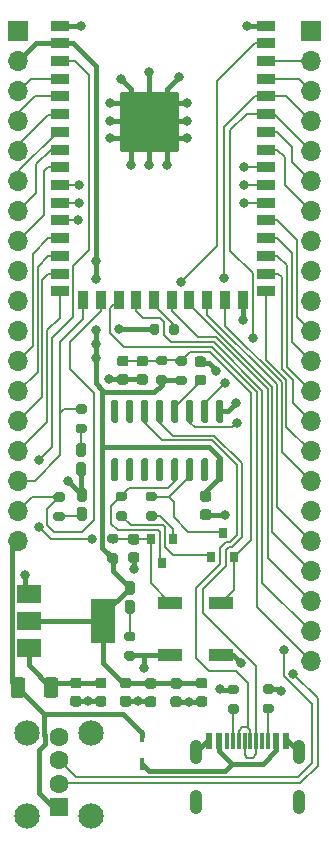
<source format=gbr>
%TF.GenerationSoftware,KiCad,Pcbnew,5.1.9-73d0e3b20d~88~ubuntu20.04.1*%
%TF.CreationDate,2021-03-20T23:28:39+05:30*%
%TF.ProjectId,ESP32-S2,45535033-322d-4533-922e-6b696361645f,rev?*%
%TF.SameCoordinates,Original*%
%TF.FileFunction,Copper,L1,Top*%
%TF.FilePolarity,Positive*%
%FSLAX46Y46*%
G04 Gerber Fmt 4.6, Leading zero omitted, Abs format (unit mm)*
G04 Created by KiCad (PCBNEW 5.1.9-73d0e3b20d~88~ubuntu20.04.1) date 2021-03-20 23:28:39*
%MOMM*%
%LPD*%
G01*
G04 APERTURE LIST*
%TA.AperFunction,SMDPad,CuDef*%
%ADD10R,0.460000X1.040000*%
%TD*%
%TA.AperFunction,ComponentPad*%
%ADD11O,1.700000X1.700000*%
%TD*%
%TA.AperFunction,ComponentPad*%
%ADD12R,1.700000X1.700000*%
%TD*%
%TA.AperFunction,SMDPad,CuDef*%
%ADD13R,1.100000X1.100000*%
%TD*%
%TA.AperFunction,SMDPad,CuDef*%
%ADD14R,1.500000X0.900000*%
%TD*%
%TA.AperFunction,SMDPad,CuDef*%
%ADD15R,0.900000X1.500000*%
%TD*%
%TA.AperFunction,ComponentPad*%
%ADD16C,2.150000*%
%TD*%
%TA.AperFunction,ComponentPad*%
%ADD17R,1.600000X1.600000*%
%TD*%
%TA.AperFunction,ComponentPad*%
%ADD18C,1.600000*%
%TD*%
%TA.AperFunction,SMDPad,CuDef*%
%ADD19R,2.000000X1.000000*%
%TD*%
%TA.AperFunction,SMDPad,CuDef*%
%ADD20R,0.800000X0.900000*%
%TD*%
%TA.AperFunction,SMDPad,CuDef*%
%ADD21R,2.000000X1.500000*%
%TD*%
%TA.AperFunction,SMDPad,CuDef*%
%ADD22R,2.000000X3.800000*%
%TD*%
%TA.AperFunction,ComponentPad*%
%ADD23O,1.050000X2.100000*%
%TD*%
%TA.AperFunction,SMDPad,CuDef*%
%ADD24R,0.600000X1.450000*%
%TD*%
%TA.AperFunction,SMDPad,CuDef*%
%ADD25R,0.300000X1.450000*%
%TD*%
%TA.AperFunction,ViaPad*%
%ADD26C,0.800000*%
%TD*%
%TA.AperFunction,Conductor*%
%ADD27C,0.200000*%
%TD*%
%TA.AperFunction,Conductor*%
%ADD28C,0.400000*%
%TD*%
%TA.AperFunction,Conductor*%
%ADD29C,0.254000*%
%TD*%
%TA.AperFunction,Conductor*%
%ADD30C,0.100000*%
%TD*%
G04 APERTURE END LIST*
%TA.AperFunction,SMDPad,CuDef*%
G36*
G01*
X147786000Y-124315000D02*
X147286000Y-124315000D01*
G75*
G02*
X147061000Y-124090000I0J225000D01*
G01*
X147061000Y-123640000D01*
G75*
G02*
X147286000Y-123415000I225000J0D01*
G01*
X147786000Y-123415000D01*
G75*
G02*
X148011000Y-123640000I0J-225000D01*
G01*
X148011000Y-124090000D01*
G75*
G02*
X147786000Y-124315000I-225000J0D01*
G01*
G37*
%TD.AperFunction*%
%TA.AperFunction,SMDPad,CuDef*%
G36*
G01*
X147786000Y-125865000D02*
X147286000Y-125865000D01*
G75*
G02*
X147061000Y-125640000I0J225000D01*
G01*
X147061000Y-125190000D01*
G75*
G02*
X147286000Y-124965000I225000J0D01*
G01*
X147786000Y-124965000D01*
G75*
G02*
X148011000Y-125190000I0J-225000D01*
G01*
X148011000Y-125640000D01*
G75*
G02*
X147786000Y-125865000I-225000J0D01*
G01*
G37*
%TD.AperFunction*%
%TA.AperFunction,SMDPad,CuDef*%
G36*
G01*
X145698000Y-124305000D02*
X145198000Y-124305000D01*
G75*
G02*
X144973000Y-124080000I0J225000D01*
G01*
X144973000Y-123630000D01*
G75*
G02*
X145198000Y-123405000I225000J0D01*
G01*
X145698000Y-123405000D01*
G75*
G02*
X145923000Y-123630000I0J-225000D01*
G01*
X145923000Y-124080000D01*
G75*
G02*
X145698000Y-124305000I-225000J0D01*
G01*
G37*
%TD.AperFunction*%
%TA.AperFunction,SMDPad,CuDef*%
G36*
G01*
X145698000Y-125855000D02*
X145198000Y-125855000D01*
G75*
G02*
X144973000Y-125630000I0J225000D01*
G01*
X144973000Y-125180000D01*
G75*
G02*
X145198000Y-124955000I225000J0D01*
G01*
X145698000Y-124955000D01*
G75*
G02*
X145923000Y-125180000I0J-225000D01*
G01*
X145923000Y-125630000D01*
G75*
G02*
X145698000Y-125855000I-225000J0D01*
G01*
G37*
%TD.AperFunction*%
D10*
X148900000Y-130690000D03*
X148900000Y-128310000D03*
%TA.AperFunction,SMDPad,CuDef*%
G36*
G01*
X139050000Y-123625000D02*
X139050000Y-124875000D01*
G75*
G02*
X138800000Y-125125000I-250000J0D01*
G01*
X138050000Y-125125000D01*
G75*
G02*
X137800000Y-124875000I0J250000D01*
G01*
X137800000Y-123625000D01*
G75*
G02*
X138050000Y-123375000I250000J0D01*
G01*
X138800000Y-123375000D01*
G75*
G02*
X139050000Y-123625000I0J-250000D01*
G01*
G37*
%TD.AperFunction*%
%TA.AperFunction,SMDPad,CuDef*%
G36*
G01*
X141850000Y-123625000D02*
X141850000Y-124875000D01*
G75*
G02*
X141600000Y-125125000I-250000J0D01*
G01*
X140850000Y-125125000D01*
G75*
G02*
X140600000Y-124875000I0J250000D01*
G01*
X140600000Y-123625000D01*
G75*
G02*
X140850000Y-123375000I250000J0D01*
G01*
X141600000Y-123375000D01*
G75*
G02*
X141850000Y-123625000I0J-250000D01*
G01*
G37*
%TD.AperFunction*%
D11*
X163240000Y-122015000D03*
X163240000Y-119475000D03*
X163240000Y-116935000D03*
X163240000Y-114395000D03*
X163240000Y-111855000D03*
X163240000Y-109315000D03*
X163240000Y-106775000D03*
X163240000Y-104235000D03*
X163240000Y-101695000D03*
X163240000Y-99155000D03*
X163240000Y-96615000D03*
X163240000Y-94075000D03*
X163240000Y-91535000D03*
X163240000Y-88995000D03*
X163240000Y-86455000D03*
X163240000Y-83915000D03*
X163240000Y-81375000D03*
X163240000Y-78835000D03*
X163240000Y-76295000D03*
X163240000Y-73755000D03*
X163240000Y-71215000D03*
D12*
X163240000Y-68675000D03*
D13*
X148010000Y-74750000D03*
X149510000Y-74750000D03*
X151010000Y-74750000D03*
X151010000Y-76250000D03*
X151010000Y-77750000D03*
X149510000Y-77750000D03*
X148010000Y-77750000D03*
X148010000Y-76250000D03*
X149510000Y-76250000D03*
D14*
X159450000Y-68200000D03*
X159450000Y-69700000D03*
X159450000Y-71200000D03*
X159450000Y-72700000D03*
X159450000Y-74200000D03*
X159450000Y-75700000D03*
X159450000Y-77200000D03*
X159450000Y-78700000D03*
X159450000Y-80200000D03*
X159450000Y-81700000D03*
X159450000Y-83200000D03*
X159450000Y-84700000D03*
X159450000Y-86200000D03*
X159450000Y-87700000D03*
X159450000Y-89200000D03*
X159450000Y-90700000D03*
D15*
X157450000Y-91450000D03*
X155950000Y-91450000D03*
X154450000Y-91450000D03*
X152950000Y-91450000D03*
X151450000Y-91450000D03*
X149950000Y-91450000D03*
X148450000Y-91450000D03*
X146950000Y-91450000D03*
X145450000Y-91450000D03*
X143950000Y-91450000D03*
D14*
X141950000Y-90700000D03*
X141950000Y-89200000D03*
X141950000Y-87700000D03*
X141950000Y-86200000D03*
X141950000Y-84700000D03*
X141950000Y-83200000D03*
X141950000Y-81700000D03*
X141950000Y-80200000D03*
X141950000Y-78700000D03*
X141950000Y-77200000D03*
X141950000Y-75700000D03*
X141950000Y-74200000D03*
X141950000Y-72700000D03*
X141950000Y-71200000D03*
X141950000Y-69700000D03*
X141950000Y-68200000D03*
%TA.AperFunction,SMDPad,CuDef*%
G36*
G01*
X155366580Y-104829740D02*
X155666580Y-104829740D01*
G75*
G02*
X155816580Y-104979740I0J-150000D01*
G01*
X155816580Y-106629740D01*
G75*
G02*
X155666580Y-106779740I-150000J0D01*
G01*
X155366580Y-106779740D01*
G75*
G02*
X155216580Y-106629740I0J150000D01*
G01*
X155216580Y-104979740D01*
G75*
G02*
X155366580Y-104829740I150000J0D01*
G01*
G37*
%TD.AperFunction*%
%TA.AperFunction,SMDPad,CuDef*%
G36*
G01*
X154096580Y-104829740D02*
X154396580Y-104829740D01*
G75*
G02*
X154546580Y-104979740I0J-150000D01*
G01*
X154546580Y-106629740D01*
G75*
G02*
X154396580Y-106779740I-150000J0D01*
G01*
X154096580Y-106779740D01*
G75*
G02*
X153946580Y-106629740I0J150000D01*
G01*
X153946580Y-104979740D01*
G75*
G02*
X154096580Y-104829740I150000J0D01*
G01*
G37*
%TD.AperFunction*%
%TA.AperFunction,SMDPad,CuDef*%
G36*
G01*
X152826580Y-104829740D02*
X153126580Y-104829740D01*
G75*
G02*
X153276580Y-104979740I0J-150000D01*
G01*
X153276580Y-106629740D01*
G75*
G02*
X153126580Y-106779740I-150000J0D01*
G01*
X152826580Y-106779740D01*
G75*
G02*
X152676580Y-106629740I0J150000D01*
G01*
X152676580Y-104979740D01*
G75*
G02*
X152826580Y-104829740I150000J0D01*
G01*
G37*
%TD.AperFunction*%
%TA.AperFunction,SMDPad,CuDef*%
G36*
G01*
X151556580Y-104829740D02*
X151856580Y-104829740D01*
G75*
G02*
X152006580Y-104979740I0J-150000D01*
G01*
X152006580Y-106629740D01*
G75*
G02*
X151856580Y-106779740I-150000J0D01*
G01*
X151556580Y-106779740D01*
G75*
G02*
X151406580Y-106629740I0J150000D01*
G01*
X151406580Y-104979740D01*
G75*
G02*
X151556580Y-104829740I150000J0D01*
G01*
G37*
%TD.AperFunction*%
%TA.AperFunction,SMDPad,CuDef*%
G36*
G01*
X150286580Y-104829740D02*
X150586580Y-104829740D01*
G75*
G02*
X150736580Y-104979740I0J-150000D01*
G01*
X150736580Y-106629740D01*
G75*
G02*
X150586580Y-106779740I-150000J0D01*
G01*
X150286580Y-106779740D01*
G75*
G02*
X150136580Y-106629740I0J150000D01*
G01*
X150136580Y-104979740D01*
G75*
G02*
X150286580Y-104829740I150000J0D01*
G01*
G37*
%TD.AperFunction*%
%TA.AperFunction,SMDPad,CuDef*%
G36*
G01*
X149016580Y-104829740D02*
X149316580Y-104829740D01*
G75*
G02*
X149466580Y-104979740I0J-150000D01*
G01*
X149466580Y-106629740D01*
G75*
G02*
X149316580Y-106779740I-150000J0D01*
G01*
X149016580Y-106779740D01*
G75*
G02*
X148866580Y-106629740I0J150000D01*
G01*
X148866580Y-104979740D01*
G75*
G02*
X149016580Y-104829740I150000J0D01*
G01*
G37*
%TD.AperFunction*%
%TA.AperFunction,SMDPad,CuDef*%
G36*
G01*
X147746580Y-104829740D02*
X148046580Y-104829740D01*
G75*
G02*
X148196580Y-104979740I0J-150000D01*
G01*
X148196580Y-106629740D01*
G75*
G02*
X148046580Y-106779740I-150000J0D01*
G01*
X147746580Y-106779740D01*
G75*
G02*
X147596580Y-106629740I0J150000D01*
G01*
X147596580Y-104979740D01*
G75*
G02*
X147746580Y-104829740I150000J0D01*
G01*
G37*
%TD.AperFunction*%
%TA.AperFunction,SMDPad,CuDef*%
G36*
G01*
X146476580Y-104829740D02*
X146776580Y-104829740D01*
G75*
G02*
X146926580Y-104979740I0J-150000D01*
G01*
X146926580Y-106629740D01*
G75*
G02*
X146776580Y-106779740I-150000J0D01*
G01*
X146476580Y-106779740D01*
G75*
G02*
X146326580Y-106629740I0J150000D01*
G01*
X146326580Y-104979740D01*
G75*
G02*
X146476580Y-104829740I150000J0D01*
G01*
G37*
%TD.AperFunction*%
%TA.AperFunction,SMDPad,CuDef*%
G36*
G01*
X146476580Y-99879740D02*
X146776580Y-99879740D01*
G75*
G02*
X146926580Y-100029740I0J-150000D01*
G01*
X146926580Y-101679740D01*
G75*
G02*
X146776580Y-101829740I-150000J0D01*
G01*
X146476580Y-101829740D01*
G75*
G02*
X146326580Y-101679740I0J150000D01*
G01*
X146326580Y-100029740D01*
G75*
G02*
X146476580Y-99879740I150000J0D01*
G01*
G37*
%TD.AperFunction*%
%TA.AperFunction,SMDPad,CuDef*%
G36*
G01*
X147746580Y-99879740D02*
X148046580Y-99879740D01*
G75*
G02*
X148196580Y-100029740I0J-150000D01*
G01*
X148196580Y-101679740D01*
G75*
G02*
X148046580Y-101829740I-150000J0D01*
G01*
X147746580Y-101829740D01*
G75*
G02*
X147596580Y-101679740I0J150000D01*
G01*
X147596580Y-100029740D01*
G75*
G02*
X147746580Y-99879740I150000J0D01*
G01*
G37*
%TD.AperFunction*%
%TA.AperFunction,SMDPad,CuDef*%
G36*
G01*
X149016580Y-99879740D02*
X149316580Y-99879740D01*
G75*
G02*
X149466580Y-100029740I0J-150000D01*
G01*
X149466580Y-101679740D01*
G75*
G02*
X149316580Y-101829740I-150000J0D01*
G01*
X149016580Y-101829740D01*
G75*
G02*
X148866580Y-101679740I0J150000D01*
G01*
X148866580Y-100029740D01*
G75*
G02*
X149016580Y-99879740I150000J0D01*
G01*
G37*
%TD.AperFunction*%
%TA.AperFunction,SMDPad,CuDef*%
G36*
G01*
X150286580Y-99879740D02*
X150586580Y-99879740D01*
G75*
G02*
X150736580Y-100029740I0J-150000D01*
G01*
X150736580Y-101679740D01*
G75*
G02*
X150586580Y-101829740I-150000J0D01*
G01*
X150286580Y-101829740D01*
G75*
G02*
X150136580Y-101679740I0J150000D01*
G01*
X150136580Y-100029740D01*
G75*
G02*
X150286580Y-99879740I150000J0D01*
G01*
G37*
%TD.AperFunction*%
%TA.AperFunction,SMDPad,CuDef*%
G36*
G01*
X151556580Y-99879740D02*
X151856580Y-99879740D01*
G75*
G02*
X152006580Y-100029740I0J-150000D01*
G01*
X152006580Y-101679740D01*
G75*
G02*
X151856580Y-101829740I-150000J0D01*
G01*
X151556580Y-101829740D01*
G75*
G02*
X151406580Y-101679740I0J150000D01*
G01*
X151406580Y-100029740D01*
G75*
G02*
X151556580Y-99879740I150000J0D01*
G01*
G37*
%TD.AperFunction*%
%TA.AperFunction,SMDPad,CuDef*%
G36*
G01*
X152826580Y-99879740D02*
X153126580Y-99879740D01*
G75*
G02*
X153276580Y-100029740I0J-150000D01*
G01*
X153276580Y-101679740D01*
G75*
G02*
X153126580Y-101829740I-150000J0D01*
G01*
X152826580Y-101829740D01*
G75*
G02*
X152676580Y-101679740I0J150000D01*
G01*
X152676580Y-100029740D01*
G75*
G02*
X152826580Y-99879740I150000J0D01*
G01*
G37*
%TD.AperFunction*%
%TA.AperFunction,SMDPad,CuDef*%
G36*
G01*
X154096580Y-99879740D02*
X154396580Y-99879740D01*
G75*
G02*
X154546580Y-100029740I0J-150000D01*
G01*
X154546580Y-101679740D01*
G75*
G02*
X154396580Y-101829740I-150000J0D01*
G01*
X154096580Y-101829740D01*
G75*
G02*
X153946580Y-101679740I0J150000D01*
G01*
X153946580Y-100029740D01*
G75*
G02*
X154096580Y-99879740I150000J0D01*
G01*
G37*
%TD.AperFunction*%
%TA.AperFunction,SMDPad,CuDef*%
G36*
G01*
X155366580Y-99879740D02*
X155666580Y-99879740D01*
G75*
G02*
X155816580Y-100029740I0J-150000D01*
G01*
X155816580Y-101679740D01*
G75*
G02*
X155666580Y-101829740I-150000J0D01*
G01*
X155366580Y-101829740D01*
G75*
G02*
X155216580Y-101679740I0J150000D01*
G01*
X155216580Y-100029740D01*
G75*
G02*
X155366580Y-99879740I150000J0D01*
G01*
G37*
%TD.AperFunction*%
%TA.AperFunction,SMDPad,CuDef*%
G36*
G01*
X154060000Y-109155000D02*
X154560000Y-109155000D01*
G75*
G02*
X154785000Y-109380000I0J-225000D01*
G01*
X154785000Y-109830000D01*
G75*
G02*
X154560000Y-110055000I-225000J0D01*
G01*
X154060000Y-110055000D01*
G75*
G02*
X153835000Y-109830000I0J225000D01*
G01*
X153835000Y-109380000D01*
G75*
G02*
X154060000Y-109155000I225000J0D01*
G01*
G37*
%TD.AperFunction*%
%TA.AperFunction,SMDPad,CuDef*%
G36*
G01*
X154060000Y-107605000D02*
X154560000Y-107605000D01*
G75*
G02*
X154785000Y-107830000I0J-225000D01*
G01*
X154785000Y-108280000D01*
G75*
G02*
X154560000Y-108505000I-225000J0D01*
G01*
X154060000Y-108505000D01*
G75*
G02*
X153835000Y-108280000I0J225000D01*
G01*
X153835000Y-107830000D01*
G75*
G02*
X154060000Y-107605000I225000J0D01*
G01*
G37*
%TD.AperFunction*%
D16*
X139180000Y-135130000D03*
X139180000Y-128130000D03*
X144620000Y-128130000D03*
X144620000Y-135130000D03*
D17*
X141900000Y-134400000D03*
D18*
X141900000Y-132400000D03*
X141900000Y-130400000D03*
X141900000Y-128400000D03*
D19*
X155610000Y-117090000D03*
X155610000Y-121490000D03*
X151300000Y-117070000D03*
X151300000Y-121470000D03*
D20*
X150599140Y-113687100D03*
X149649140Y-111687100D03*
X151549140Y-111687100D03*
%TA.AperFunction,SMDPad,CuDef*%
G36*
G01*
X149435000Y-109325000D02*
X149985000Y-109325000D01*
G75*
G02*
X150185000Y-109525000I0J-200000D01*
G01*
X150185000Y-109925000D01*
G75*
G02*
X149985000Y-110125000I-200000J0D01*
G01*
X149435000Y-110125000D01*
G75*
G02*
X149235000Y-109925000I0J200000D01*
G01*
X149235000Y-109525000D01*
G75*
G02*
X149435000Y-109325000I200000J0D01*
G01*
G37*
%TD.AperFunction*%
%TA.AperFunction,SMDPad,CuDef*%
G36*
G01*
X149435000Y-107675000D02*
X149985000Y-107675000D01*
G75*
G02*
X150185000Y-107875000I0J-200000D01*
G01*
X150185000Y-108275000D01*
G75*
G02*
X149985000Y-108475000I-200000J0D01*
G01*
X149435000Y-108475000D01*
G75*
G02*
X149235000Y-108275000I0J200000D01*
G01*
X149235000Y-107875000D01*
G75*
G02*
X149435000Y-107675000I200000J0D01*
G01*
G37*
%TD.AperFunction*%
%TA.AperFunction,SMDPad,CuDef*%
G36*
G01*
X147625000Y-121165000D02*
X148175000Y-121165000D01*
G75*
G02*
X148375000Y-121365000I0J-200000D01*
G01*
X148375000Y-121765000D01*
G75*
G02*
X148175000Y-121965000I-200000J0D01*
G01*
X147625000Y-121965000D01*
G75*
G02*
X147425000Y-121765000I0J200000D01*
G01*
X147425000Y-121365000D01*
G75*
G02*
X147625000Y-121165000I200000J0D01*
G01*
G37*
%TD.AperFunction*%
%TA.AperFunction,SMDPad,CuDef*%
G36*
G01*
X147625000Y-119515000D02*
X148175000Y-119515000D01*
G75*
G02*
X148375000Y-119715000I0J-200000D01*
G01*
X148375000Y-120115000D01*
G75*
G02*
X148175000Y-120315000I-200000J0D01*
G01*
X147625000Y-120315000D01*
G75*
G02*
X147425000Y-120115000I0J200000D01*
G01*
X147425000Y-119715000D01*
G75*
G02*
X147625000Y-119515000I200000J0D01*
G01*
G37*
%TD.AperFunction*%
D11*
X138450000Y-111855000D03*
X138450000Y-109315000D03*
X138450000Y-106775000D03*
X138450000Y-104235000D03*
X138450000Y-101695000D03*
X138450000Y-99155000D03*
X138450000Y-96615000D03*
X138450000Y-94075000D03*
X138450000Y-91535000D03*
X138450000Y-88995000D03*
X138450000Y-86455000D03*
X138450000Y-83915000D03*
X138450000Y-81375000D03*
X138450000Y-78835000D03*
X138450000Y-76295000D03*
X138450000Y-73755000D03*
X138450000Y-71215000D03*
D12*
X138450000Y-68675000D03*
%TA.AperFunction,SMDPad,CuDef*%
G36*
G01*
X148102500Y-116410000D02*
X147677500Y-116410000D01*
G75*
G02*
X147465000Y-116197500I0J212500D01*
G01*
X147465000Y-115397500D01*
G75*
G02*
X147677500Y-115185000I212500J0D01*
G01*
X148102500Y-115185000D01*
G75*
G02*
X148315000Y-115397500I0J-212500D01*
G01*
X148315000Y-116197500D01*
G75*
G02*
X148102500Y-116410000I-212500J0D01*
G01*
G37*
%TD.AperFunction*%
%TA.AperFunction,SMDPad,CuDef*%
G36*
G01*
X148102500Y-118035000D02*
X147677500Y-118035000D01*
G75*
G02*
X147465000Y-117822500I0J212500D01*
G01*
X147465000Y-117022500D01*
G75*
G02*
X147677500Y-116810000I212500J0D01*
G01*
X148102500Y-116810000D01*
G75*
G02*
X148315000Y-117022500I0J-212500D01*
G01*
X148315000Y-117822500D01*
G75*
G02*
X148102500Y-118035000I-212500J0D01*
G01*
G37*
%TD.AperFunction*%
%TA.AperFunction,SMDPad,CuDef*%
G36*
G01*
X149909000Y-124350000D02*
X149409000Y-124350000D01*
G75*
G02*
X149184000Y-124125000I0J225000D01*
G01*
X149184000Y-123675000D01*
G75*
G02*
X149409000Y-123450000I225000J0D01*
G01*
X149909000Y-123450000D01*
G75*
G02*
X150134000Y-123675000I0J-225000D01*
G01*
X150134000Y-124125000D01*
G75*
G02*
X149909000Y-124350000I-225000J0D01*
G01*
G37*
%TD.AperFunction*%
%TA.AperFunction,SMDPad,CuDef*%
G36*
G01*
X149909000Y-125900000D02*
X149409000Y-125900000D01*
G75*
G02*
X149184000Y-125675000I0J225000D01*
G01*
X149184000Y-125225000D01*
G75*
G02*
X149409000Y-125000000I225000J0D01*
G01*
X149909000Y-125000000D01*
G75*
G02*
X150134000Y-125225000I0J-225000D01*
G01*
X150134000Y-125675000D01*
G75*
G02*
X149909000Y-125900000I-225000J0D01*
G01*
G37*
%TD.AperFunction*%
%TA.AperFunction,SMDPad,CuDef*%
G36*
G01*
X148466620Y-112136040D02*
X147966620Y-112136040D01*
G75*
G02*
X147741620Y-111911040I0J225000D01*
G01*
X147741620Y-111461040D01*
G75*
G02*
X147966620Y-111236040I225000J0D01*
G01*
X148466620Y-111236040D01*
G75*
G02*
X148691620Y-111461040I0J-225000D01*
G01*
X148691620Y-111911040D01*
G75*
G02*
X148466620Y-112136040I-225000J0D01*
G01*
G37*
%TD.AperFunction*%
%TA.AperFunction,SMDPad,CuDef*%
G36*
G01*
X148466620Y-113686040D02*
X147966620Y-113686040D01*
G75*
G02*
X147741620Y-113461040I0J225000D01*
G01*
X147741620Y-113011040D01*
G75*
G02*
X147966620Y-112786040I225000J0D01*
G01*
X148466620Y-112786040D01*
G75*
G02*
X148691620Y-113011040I0J-225000D01*
G01*
X148691620Y-113461040D01*
G75*
G02*
X148466620Y-113686040I-225000J0D01*
G01*
G37*
%TD.AperFunction*%
%TA.AperFunction,SMDPad,CuDef*%
G36*
G01*
X148710000Y-97705000D02*
X149210000Y-97705000D01*
G75*
G02*
X149435000Y-97930000I0J-225000D01*
G01*
X149435000Y-98380000D01*
G75*
G02*
X149210000Y-98605000I-225000J0D01*
G01*
X148710000Y-98605000D01*
G75*
G02*
X148485000Y-98380000I0J225000D01*
G01*
X148485000Y-97930000D01*
G75*
G02*
X148710000Y-97705000I225000J0D01*
G01*
G37*
%TD.AperFunction*%
%TA.AperFunction,SMDPad,CuDef*%
G36*
G01*
X148710000Y-96155000D02*
X149210000Y-96155000D01*
G75*
G02*
X149435000Y-96380000I0J-225000D01*
G01*
X149435000Y-96830000D01*
G75*
G02*
X149210000Y-97055000I-225000J0D01*
G01*
X148710000Y-97055000D01*
G75*
G02*
X148485000Y-96830000I0J225000D01*
G01*
X148485000Y-96380000D01*
G75*
G02*
X148710000Y-96155000I225000J0D01*
G01*
G37*
%TD.AperFunction*%
%TA.AperFunction,SMDPad,CuDef*%
G36*
G01*
X154120000Y-97115000D02*
X153620000Y-97115000D01*
G75*
G02*
X153395000Y-96890000I0J225000D01*
G01*
X153395000Y-96440000D01*
G75*
G02*
X153620000Y-96215000I225000J0D01*
G01*
X154120000Y-96215000D01*
G75*
G02*
X154345000Y-96440000I0J-225000D01*
G01*
X154345000Y-96890000D01*
G75*
G02*
X154120000Y-97115000I-225000J0D01*
G01*
G37*
%TD.AperFunction*%
%TA.AperFunction,SMDPad,CuDef*%
G36*
G01*
X154120000Y-98665000D02*
X153620000Y-98665000D01*
G75*
G02*
X153395000Y-98440000I0J225000D01*
G01*
X153395000Y-97990000D01*
G75*
G02*
X153620000Y-97765000I225000J0D01*
G01*
X154120000Y-97765000D01*
G75*
G02*
X154345000Y-97990000I0J-225000D01*
G01*
X154345000Y-98440000D01*
G75*
G02*
X154120000Y-98665000I-225000J0D01*
G01*
G37*
%TD.AperFunction*%
%TA.AperFunction,SMDPad,CuDef*%
G36*
G01*
X141635000Y-109365000D02*
X142185000Y-109365000D01*
G75*
G02*
X142385000Y-109565000I0J-200000D01*
G01*
X142385000Y-109965000D01*
G75*
G02*
X142185000Y-110165000I-200000J0D01*
G01*
X141635000Y-110165000D01*
G75*
G02*
X141435000Y-109965000I0J200000D01*
G01*
X141435000Y-109565000D01*
G75*
G02*
X141635000Y-109365000I200000J0D01*
G01*
G37*
%TD.AperFunction*%
%TA.AperFunction,SMDPad,CuDef*%
G36*
G01*
X141635000Y-107715000D02*
X142185000Y-107715000D01*
G75*
G02*
X142385000Y-107915000I0J-200000D01*
G01*
X142385000Y-108315000D01*
G75*
G02*
X142185000Y-108515000I-200000J0D01*
G01*
X141635000Y-108515000D01*
G75*
G02*
X141435000Y-108315000I0J200000D01*
G01*
X141435000Y-107915000D01*
G75*
G02*
X141635000Y-107715000I200000J0D01*
G01*
G37*
%TD.AperFunction*%
%TA.AperFunction,SMDPad,CuDef*%
G36*
G01*
X156925000Y-124815000D02*
X156375000Y-124815000D01*
G75*
G02*
X156175000Y-124615000I0J200000D01*
G01*
X156175000Y-124215000D01*
G75*
G02*
X156375000Y-124015000I200000J0D01*
G01*
X156925000Y-124015000D01*
G75*
G02*
X157125000Y-124215000I0J-200000D01*
G01*
X157125000Y-124615000D01*
G75*
G02*
X156925000Y-124815000I-200000J0D01*
G01*
G37*
%TD.AperFunction*%
%TA.AperFunction,SMDPad,CuDef*%
G36*
G01*
X156925000Y-126465000D02*
X156375000Y-126465000D01*
G75*
G02*
X156175000Y-126265000I0J200000D01*
G01*
X156175000Y-125865000D01*
G75*
G02*
X156375000Y-125665000I200000J0D01*
G01*
X156925000Y-125665000D01*
G75*
G02*
X157125000Y-125865000I0J-200000D01*
G01*
X157125000Y-126265000D01*
G75*
G02*
X156925000Y-126465000I-200000J0D01*
G01*
G37*
%TD.AperFunction*%
%TA.AperFunction,SMDPad,CuDef*%
G36*
G01*
X143992500Y-104740000D02*
X143567500Y-104740000D01*
G75*
G02*
X143355000Y-104527500I0J212500D01*
G01*
X143355000Y-103727500D01*
G75*
G02*
X143567500Y-103515000I212500J0D01*
G01*
X143992500Y-103515000D01*
G75*
G02*
X144205000Y-103727500I0J-212500D01*
G01*
X144205000Y-104527500D01*
G75*
G02*
X143992500Y-104740000I-212500J0D01*
G01*
G37*
%TD.AperFunction*%
%TA.AperFunction,SMDPad,CuDef*%
G36*
G01*
X143992500Y-106365000D02*
X143567500Y-106365000D01*
G75*
G02*
X143355000Y-106152500I0J212500D01*
G01*
X143355000Y-105352500D01*
G75*
G02*
X143567500Y-105140000I212500J0D01*
G01*
X143992500Y-105140000D01*
G75*
G02*
X144205000Y-105352500I0J-212500D01*
G01*
X144205000Y-106152500D01*
G75*
G02*
X143992500Y-106365000I-212500J0D01*
G01*
G37*
%TD.AperFunction*%
%TA.AperFunction,SMDPad,CuDef*%
G36*
G01*
X159895000Y-124755000D02*
X159345000Y-124755000D01*
G75*
G02*
X159145000Y-124555000I0J200000D01*
G01*
X159145000Y-124155000D01*
G75*
G02*
X159345000Y-123955000I200000J0D01*
G01*
X159895000Y-123955000D01*
G75*
G02*
X160095000Y-124155000I0J-200000D01*
G01*
X160095000Y-124555000D01*
G75*
G02*
X159895000Y-124755000I-200000J0D01*
G01*
G37*
%TD.AperFunction*%
%TA.AperFunction,SMDPad,CuDef*%
G36*
G01*
X159895000Y-126405000D02*
X159345000Y-126405000D01*
G75*
G02*
X159145000Y-126205000I0J200000D01*
G01*
X159145000Y-125805000D01*
G75*
G02*
X159345000Y-125605000I200000J0D01*
G01*
X159895000Y-125605000D01*
G75*
G02*
X160095000Y-125805000I0J-200000D01*
G01*
X160095000Y-126205000D01*
G75*
G02*
X159895000Y-126405000I-200000J0D01*
G01*
G37*
%TD.AperFunction*%
%TA.AperFunction,SMDPad,CuDef*%
G36*
G01*
X143617500Y-108930000D02*
X144042500Y-108930000D01*
G75*
G02*
X144255000Y-109142500I0J-212500D01*
G01*
X144255000Y-109942500D01*
G75*
G02*
X144042500Y-110155000I-212500J0D01*
G01*
X143617500Y-110155000D01*
G75*
G02*
X143405000Y-109942500I0J212500D01*
G01*
X143405000Y-109142500D01*
G75*
G02*
X143617500Y-108930000I212500J0D01*
G01*
G37*
%TD.AperFunction*%
%TA.AperFunction,SMDPad,CuDef*%
G36*
G01*
X143617500Y-107305000D02*
X144042500Y-107305000D01*
G75*
G02*
X144255000Y-107517500I0J-212500D01*
G01*
X144255000Y-108317500D01*
G75*
G02*
X144042500Y-108530000I-212500J0D01*
G01*
X143617500Y-108530000D01*
G75*
G02*
X143405000Y-108317500I0J212500D01*
G01*
X143405000Y-107517500D01*
G75*
G02*
X143617500Y-107305000I212500J0D01*
G01*
G37*
%TD.AperFunction*%
%TA.AperFunction,SMDPad,CuDef*%
G36*
G01*
X151242580Y-94194040D02*
X151242580Y-93644040D01*
G75*
G02*
X151442580Y-93444040I200000J0D01*
G01*
X151842580Y-93444040D01*
G75*
G02*
X152042580Y-93644040I0J-200000D01*
G01*
X152042580Y-94194040D01*
G75*
G02*
X151842580Y-94394040I-200000J0D01*
G01*
X151442580Y-94394040D01*
G75*
G02*
X151242580Y-94194040I0J200000D01*
G01*
G37*
%TD.AperFunction*%
%TA.AperFunction,SMDPad,CuDef*%
G36*
G01*
X149592580Y-94194040D02*
X149592580Y-93644040D01*
G75*
G02*
X149792580Y-93444040I200000J0D01*
G01*
X150192580Y-93444040D01*
G75*
G02*
X150392580Y-93644040I0J-200000D01*
G01*
X150392580Y-94194040D01*
G75*
G02*
X150192580Y-94394040I-200000J0D01*
G01*
X149792580Y-94394040D01*
G75*
G02*
X149592580Y-94194040I0J200000D01*
G01*
G37*
%TD.AperFunction*%
%TA.AperFunction,SMDPad,CuDef*%
G36*
G01*
X146182380Y-112896840D02*
X146732380Y-112896840D01*
G75*
G02*
X146932380Y-113096840I0J-200000D01*
G01*
X146932380Y-113496840D01*
G75*
G02*
X146732380Y-113696840I-200000J0D01*
G01*
X146182380Y-113696840D01*
G75*
G02*
X145982380Y-113496840I0J200000D01*
G01*
X145982380Y-113096840D01*
G75*
G02*
X146182380Y-112896840I200000J0D01*
G01*
G37*
%TD.AperFunction*%
%TA.AperFunction,SMDPad,CuDef*%
G36*
G01*
X146182380Y-111246840D02*
X146732380Y-111246840D01*
G75*
G02*
X146932380Y-111446840I0J-200000D01*
G01*
X146932380Y-111846840D01*
G75*
G02*
X146732380Y-112046840I-200000J0D01*
G01*
X146182380Y-112046840D01*
G75*
G02*
X145982380Y-111846840I0J200000D01*
G01*
X145982380Y-111446840D01*
G75*
G02*
X146182380Y-111246840I200000J0D01*
G01*
G37*
%TD.AperFunction*%
D21*
X139330000Y-116340000D03*
X139330000Y-120940000D03*
X139330000Y-118640000D03*
D22*
X145630000Y-118640000D03*
%TA.AperFunction,SMDPad,CuDef*%
G36*
G01*
X150867620Y-98605680D02*
X150317620Y-98605680D01*
G75*
G02*
X150117620Y-98405680I0J200000D01*
G01*
X150117620Y-98005680D01*
G75*
G02*
X150317620Y-97805680I200000J0D01*
G01*
X150867620Y-97805680D01*
G75*
G02*
X151067620Y-98005680I0J-200000D01*
G01*
X151067620Y-98405680D01*
G75*
G02*
X150867620Y-98605680I-200000J0D01*
G01*
G37*
%TD.AperFunction*%
%TA.AperFunction,SMDPad,CuDef*%
G36*
G01*
X150867620Y-96955680D02*
X150317620Y-96955680D01*
G75*
G02*
X150117620Y-96755680I0J200000D01*
G01*
X150117620Y-96355680D01*
G75*
G02*
X150317620Y-96155680I200000J0D01*
G01*
X150867620Y-96155680D01*
G75*
G02*
X151067620Y-96355680I0J-200000D01*
G01*
X151067620Y-96755680D01*
G75*
G02*
X150867620Y-96955680I-200000J0D01*
G01*
G37*
%TD.AperFunction*%
D20*
X155760000Y-111190000D03*
X156710000Y-113190000D03*
X154810000Y-113190000D03*
%TA.AperFunction,SMDPad,CuDef*%
G36*
G01*
X143525000Y-101915000D02*
X144075000Y-101915000D01*
G75*
G02*
X144275000Y-102115000I0J-200000D01*
G01*
X144275000Y-102515000D01*
G75*
G02*
X144075000Y-102715000I-200000J0D01*
G01*
X143525000Y-102715000D01*
G75*
G02*
X143325000Y-102515000I0J200000D01*
G01*
X143325000Y-102115000D01*
G75*
G02*
X143525000Y-101915000I200000J0D01*
G01*
G37*
%TD.AperFunction*%
%TA.AperFunction,SMDPad,CuDef*%
G36*
G01*
X143525000Y-100265000D02*
X144075000Y-100265000D01*
G75*
G02*
X144275000Y-100465000I0J-200000D01*
G01*
X144275000Y-100865000D01*
G75*
G02*
X144075000Y-101065000I-200000J0D01*
G01*
X143525000Y-101065000D01*
G75*
G02*
X143325000Y-100865000I0J200000D01*
G01*
X143325000Y-100465000D01*
G75*
G02*
X143525000Y-100265000I200000J0D01*
G01*
G37*
%TD.AperFunction*%
%TA.AperFunction,SMDPad,CuDef*%
G36*
G01*
X151965000Y-97845000D02*
X152515000Y-97845000D01*
G75*
G02*
X152715000Y-98045000I0J-200000D01*
G01*
X152715000Y-98445000D01*
G75*
G02*
X152515000Y-98645000I-200000J0D01*
G01*
X151965000Y-98645000D01*
G75*
G02*
X151765000Y-98445000I0J200000D01*
G01*
X151765000Y-98045000D01*
G75*
G02*
X151965000Y-97845000I200000J0D01*
G01*
G37*
%TD.AperFunction*%
%TA.AperFunction,SMDPad,CuDef*%
G36*
G01*
X151965000Y-96195000D02*
X152515000Y-96195000D01*
G75*
G02*
X152715000Y-96395000I0J-200000D01*
G01*
X152715000Y-96795000D01*
G75*
G02*
X152515000Y-96995000I-200000J0D01*
G01*
X151965000Y-96995000D01*
G75*
G02*
X151765000Y-96795000I0J200000D01*
G01*
X151765000Y-96395000D01*
G75*
G02*
X151965000Y-96195000I200000J0D01*
G01*
G37*
%TD.AperFunction*%
%TA.AperFunction,SMDPad,CuDef*%
G36*
G01*
X147550000Y-97055000D02*
X147050000Y-97055000D01*
G75*
G02*
X146825000Y-96830000I0J225000D01*
G01*
X146825000Y-96380000D01*
G75*
G02*
X147050000Y-96155000I225000J0D01*
G01*
X147550000Y-96155000D01*
G75*
G02*
X147775000Y-96380000I0J-225000D01*
G01*
X147775000Y-96830000D01*
G75*
G02*
X147550000Y-97055000I-225000J0D01*
G01*
G37*
%TD.AperFunction*%
%TA.AperFunction,SMDPad,CuDef*%
G36*
G01*
X147550000Y-98605000D02*
X147050000Y-98605000D01*
G75*
G02*
X146825000Y-98380000I0J225000D01*
G01*
X146825000Y-97930000D01*
G75*
G02*
X147050000Y-97705000I225000J0D01*
G01*
X147550000Y-97705000D01*
G75*
G02*
X147775000Y-97930000I0J-225000D01*
G01*
X147775000Y-98380000D01*
G75*
G02*
X147550000Y-98605000I-225000J0D01*
G01*
G37*
%TD.AperFunction*%
%TA.AperFunction,SMDPad,CuDef*%
G36*
G01*
X153725000Y-124975000D02*
X154225000Y-124975000D01*
G75*
G02*
X154450000Y-125200000I0J-225000D01*
G01*
X154450000Y-125650000D01*
G75*
G02*
X154225000Y-125875000I-225000J0D01*
G01*
X153725000Y-125875000D01*
G75*
G02*
X153500000Y-125650000I0J225000D01*
G01*
X153500000Y-125200000D01*
G75*
G02*
X153725000Y-124975000I225000J0D01*
G01*
G37*
%TD.AperFunction*%
%TA.AperFunction,SMDPad,CuDef*%
G36*
G01*
X153725000Y-123425000D02*
X154225000Y-123425000D01*
G75*
G02*
X154450000Y-123650000I0J-225000D01*
G01*
X154450000Y-124100000D01*
G75*
G02*
X154225000Y-124325000I-225000J0D01*
G01*
X153725000Y-124325000D01*
G75*
G02*
X153500000Y-124100000I0J225000D01*
G01*
X153500000Y-123650000D01*
G75*
G02*
X153725000Y-123425000I225000J0D01*
G01*
G37*
%TD.AperFunction*%
%TA.AperFunction,SMDPad,CuDef*%
G36*
G01*
X151567000Y-125000000D02*
X152067000Y-125000000D01*
G75*
G02*
X152292000Y-125225000I0J-225000D01*
G01*
X152292000Y-125675000D01*
G75*
G02*
X152067000Y-125900000I-225000J0D01*
G01*
X151567000Y-125900000D01*
G75*
G02*
X151342000Y-125675000I0J225000D01*
G01*
X151342000Y-125225000D01*
G75*
G02*
X151567000Y-125000000I225000J0D01*
G01*
G37*
%TD.AperFunction*%
%TA.AperFunction,SMDPad,CuDef*%
G36*
G01*
X151567000Y-123450000D02*
X152067000Y-123450000D01*
G75*
G02*
X152292000Y-123675000I0J-225000D01*
G01*
X152292000Y-124125000D01*
G75*
G02*
X152067000Y-124350000I-225000J0D01*
G01*
X151567000Y-124350000D01*
G75*
G02*
X151342000Y-124125000I0J225000D01*
G01*
X151342000Y-123675000D01*
G75*
G02*
X151567000Y-123450000I225000J0D01*
G01*
G37*
%TD.AperFunction*%
%TA.AperFunction,SMDPad,CuDef*%
G36*
G01*
X143575000Y-124305000D02*
X143075000Y-124305000D01*
G75*
G02*
X142850000Y-124080000I0J225000D01*
G01*
X142850000Y-123630000D01*
G75*
G02*
X143075000Y-123405000I225000J0D01*
G01*
X143575000Y-123405000D01*
G75*
G02*
X143800000Y-123630000I0J-225000D01*
G01*
X143800000Y-124080000D01*
G75*
G02*
X143575000Y-124305000I-225000J0D01*
G01*
G37*
%TD.AperFunction*%
%TA.AperFunction,SMDPad,CuDef*%
G36*
G01*
X143575000Y-125855000D02*
X143075000Y-125855000D01*
G75*
G02*
X142850000Y-125630000I0J225000D01*
G01*
X142850000Y-125180000D01*
G75*
G02*
X143075000Y-124955000I225000J0D01*
G01*
X143575000Y-124955000D01*
G75*
G02*
X143800000Y-125180000I0J-225000D01*
G01*
X143800000Y-125630000D01*
G75*
G02*
X143575000Y-125855000I-225000J0D01*
G01*
G37*
%TD.AperFunction*%
%TA.AperFunction,SMDPad,CuDef*%
G36*
G01*
X146905000Y-109305000D02*
X147455000Y-109305000D01*
G75*
G02*
X147655000Y-109505000I0J-200000D01*
G01*
X147655000Y-109905000D01*
G75*
G02*
X147455000Y-110105000I-200000J0D01*
G01*
X146905000Y-110105000D01*
G75*
G02*
X146705000Y-109905000I0J200000D01*
G01*
X146705000Y-109505000D01*
G75*
G02*
X146905000Y-109305000I200000J0D01*
G01*
G37*
%TD.AperFunction*%
%TA.AperFunction,SMDPad,CuDef*%
G36*
G01*
X146905000Y-107655000D02*
X147455000Y-107655000D01*
G75*
G02*
X147655000Y-107855000I0J-200000D01*
G01*
X147655000Y-108255000D01*
G75*
G02*
X147455000Y-108455000I-200000J0D01*
G01*
X146905000Y-108455000D01*
G75*
G02*
X146705000Y-108255000I0J200000D01*
G01*
X146705000Y-107855000D01*
G75*
G02*
X146905000Y-107655000I200000J0D01*
G01*
G37*
%TD.AperFunction*%
D23*
X162180000Y-133900000D03*
X153540000Y-133900000D03*
X162180000Y-129720000D03*
X153540000Y-129720000D03*
D24*
X161110000Y-128805000D03*
X160310000Y-128805000D03*
D25*
X159610000Y-128805000D03*
X159110000Y-128805000D03*
X158610000Y-128805000D03*
X158110000Y-128805000D03*
X156110000Y-128805000D03*
X156610000Y-128805000D03*
X157110000Y-128805000D03*
X157610000Y-128805000D03*
D24*
X155410000Y-128805000D03*
X154610000Y-128805000D03*
D26*
X157811740Y-68200000D03*
X143726900Y-68200000D03*
X139049760Y-114734340D03*
X152731000Y-76250000D03*
X157470004Y-93150000D03*
X142670000Y-106760000D03*
X148220000Y-114220000D03*
X146100000Y-98150000D03*
X155190000Y-97410000D03*
X156930000Y-100150000D03*
X157270000Y-122160000D03*
X155500000Y-124360000D03*
X160710000Y-124570000D03*
X155920000Y-109600000D03*
X149510000Y-80010000D03*
X151010000Y-80010000D03*
X148010000Y-80010000D03*
X152740000Y-74750000D03*
X152730000Y-77750000D03*
X146180000Y-77750000D03*
X146180000Y-76250000D03*
X146180000Y-74750000D03*
X147190000Y-72750000D03*
X149500000Y-72150000D03*
X152070000Y-72530000D03*
X149110000Y-122600000D03*
X144325000Y-125405000D03*
X148595000Y-125415000D03*
X152880000Y-125450000D03*
X145007931Y-95150000D03*
X145007931Y-96332069D03*
X145007931Y-93967931D03*
X145007931Y-88142069D03*
X145007931Y-89667931D03*
X146980000Y-93920000D03*
X152240000Y-96595000D03*
X152260000Y-89920000D03*
X140170002Y-104990000D03*
X144690000Y-111640000D03*
X146457380Y-111646840D03*
X140170000Y-110620000D03*
X155920000Y-98490000D03*
X155890000Y-89579996D03*
X156950000Y-101870000D03*
X158310002Y-94620000D03*
X143550640Y-84701380D03*
X143560800Y-83200240D03*
X143560800Y-81699100D03*
X160920000Y-121070000D03*
X157584140Y-83197700D03*
X157584140Y-81699100D03*
X157584140Y-80197960D03*
X161714980Y-123075016D03*
D27*
X157390000Y-91390000D02*
X157450000Y-91450000D01*
D28*
X157450000Y-91450000D02*
X157450000Y-91029998D01*
X159450000Y-68200000D02*
X157811740Y-68200000D01*
X141950000Y-68200000D02*
X143726900Y-68200000D01*
X139051900Y-114736480D02*
X139049760Y-114734340D01*
X139051900Y-116358640D02*
X139051900Y-114736480D01*
X157310000Y-91590000D02*
X157450000Y-91450000D01*
X149510000Y-76250000D02*
X152731000Y-76250000D01*
X148960000Y-98155000D02*
X147300000Y-98155000D01*
X157811740Y-68200000D02*
X157811740Y-68200000D01*
X139051900Y-116358640D02*
X139051894Y-116358640D01*
X157450000Y-93129996D02*
X157470004Y-93150000D01*
X157450000Y-91450000D02*
X157450000Y-93129996D01*
X154455000Y-128805000D02*
X153540000Y-129720000D01*
X154610000Y-128805000D02*
X154455000Y-128805000D01*
X161265000Y-128805000D02*
X162180000Y-129720000D01*
X161110000Y-128805000D02*
X161265000Y-128805000D01*
X143780000Y-107867500D02*
X143830000Y-107917500D01*
X143780000Y-105752500D02*
X143780000Y-107867500D01*
X142672500Y-106760000D02*
X142670000Y-106760000D01*
X143830000Y-107917500D02*
X142672500Y-106760000D01*
X148216620Y-113236040D02*
X148216620Y-114096620D01*
X148216620Y-114096620D02*
X148220000Y-114100000D01*
X147300000Y-98155000D02*
X146105000Y-98155000D01*
X146105000Y-98155000D02*
X146100000Y-98150000D01*
X151515000Y-121565000D02*
X151600000Y-121480000D01*
X155820000Y-121700000D02*
X155610000Y-121490000D01*
X151320000Y-121490000D02*
X151300000Y-121470000D01*
X147995000Y-121470000D02*
X147900000Y-121565000D01*
X153890000Y-96785000D02*
X154565000Y-96785000D01*
X154565000Y-96785000D02*
X155190000Y-97410000D01*
X155516580Y-100854740D02*
X156225260Y-100854740D01*
X156225260Y-100854740D02*
X156930000Y-100150000D01*
X156600000Y-121490000D02*
X157270000Y-122160000D01*
X155610000Y-121490000D02*
X156600000Y-121490000D01*
X155555000Y-124415000D02*
X155500000Y-124360000D01*
X156650000Y-124415000D02*
X155555000Y-124415000D01*
X160495000Y-124355000D02*
X160710000Y-124570000D01*
X159620000Y-124355000D02*
X160495000Y-124355000D01*
X147900000Y-121565000D02*
X147815000Y-121565000D01*
X155915000Y-109605000D02*
X155920000Y-109600000D01*
X154310000Y-109605000D02*
X155915000Y-109605000D01*
X149510000Y-77750000D02*
X149510000Y-80010000D01*
X149510000Y-80010000D02*
X149510000Y-80010000D01*
X148010000Y-77750000D02*
X148010000Y-80010000D01*
X151010000Y-77750000D02*
X151010000Y-80010000D01*
X151010000Y-80010000D02*
X151010000Y-80010000D01*
X148010000Y-80010000D02*
X148010000Y-80010000D01*
X151010000Y-74750000D02*
X152740000Y-74750000D01*
X152740000Y-74750000D02*
X152740000Y-74750000D01*
X151010000Y-77750000D02*
X152730000Y-77750000D01*
X152730000Y-77750000D02*
X152730000Y-77750000D01*
X148010000Y-74750000D02*
X146180000Y-74750000D01*
X148010000Y-76250000D02*
X146180000Y-76250000D01*
X148010000Y-77750000D02*
X146180000Y-77750000D01*
X146180000Y-77750000D02*
X146180000Y-77750000D01*
X146180000Y-76250000D02*
X146180000Y-76250000D01*
X146180000Y-74750000D02*
X146180000Y-74750000D01*
X145448880Y-125400000D02*
X145450000Y-125398880D01*
X148010000Y-74750000D02*
X148010000Y-73570000D01*
X148010000Y-73570000D02*
X147190000Y-72750000D01*
X149510000Y-74750000D02*
X149510000Y-72160000D01*
X149510000Y-72160000D02*
X149500000Y-72150000D01*
X151010000Y-74750000D02*
X151010000Y-73590000D01*
X151010000Y-73590000D02*
X152070000Y-72530000D01*
X149110000Y-121470000D02*
X149110000Y-122600000D01*
X151300000Y-121470000D02*
X149110000Y-121470000D01*
X149110000Y-121470000D02*
X147995000Y-121470000D01*
X149624000Y-125415000D02*
X149659000Y-125450000D01*
X147536000Y-125415000D02*
X148595000Y-125415000D01*
X153950000Y-125450000D02*
X153975000Y-125425000D01*
X151817000Y-125450000D02*
X152880000Y-125450000D01*
X145448000Y-125405000D02*
X144325000Y-125405000D01*
X144325000Y-125405000D02*
X143325000Y-125405000D01*
X148595000Y-125415000D02*
X149624000Y-125415000D01*
X152880000Y-125450000D02*
X153950000Y-125450000D01*
X147875000Y-116050000D02*
X147875000Y-115937500D01*
X147875000Y-115937500D02*
X147737500Y-115937500D01*
X152200680Y-98205680D02*
X152240000Y-98245000D01*
X150592620Y-98205680D02*
X152200680Y-98205680D01*
X146677380Y-113516840D02*
X146457380Y-113296840D01*
X147875000Y-115937500D02*
X147932501Y-115879999D01*
X155516580Y-106593420D02*
X155516580Y-105804740D01*
X146457380Y-114364880D02*
X147890000Y-115797500D01*
X146457380Y-113296840D02*
X146457380Y-114364880D01*
X150592620Y-98205680D02*
X150592620Y-98605680D01*
X150592620Y-98605680D02*
X149978300Y-99220000D01*
X145630000Y-118057500D02*
X145630000Y-118640000D01*
X147890000Y-115797500D02*
X145630000Y-118057500D01*
X155535000Y-105823160D02*
X155516580Y-105804740D01*
X139965000Y-69700000D02*
X141950000Y-69700000D01*
X138450000Y-71215000D02*
X139965000Y-69700000D01*
X141950000Y-69700000D02*
X143100000Y-69700000D01*
X154310000Y-108055000D02*
X154310000Y-107605000D01*
X154310000Y-107605000D02*
X155516580Y-106398420D01*
X155516580Y-106398420D02*
X155516580Y-105804740D01*
X145730000Y-99220000D02*
X145559976Y-99049976D01*
X149978300Y-99220000D02*
X145730000Y-99220000D01*
X155516580Y-104829740D02*
X155516580Y-105804740D01*
X154566864Y-103880024D02*
X155516580Y-104829740D01*
X145559976Y-103880024D02*
X154566864Y-103880024D01*
X145559976Y-99049976D02*
X145559976Y-103880024D01*
X145559976Y-99049976D02*
X145007931Y-98497931D01*
X145007931Y-98497931D02*
X145007931Y-96332069D01*
X145007931Y-96332069D02*
X145007931Y-95127931D01*
X145007931Y-93967931D02*
X145007931Y-95127931D01*
X145007931Y-71607931D02*
X143100000Y-69700000D01*
X145007931Y-88142069D02*
X145007931Y-71607931D01*
X145007931Y-88142069D02*
X145007931Y-89667931D01*
X145559976Y-112399436D02*
X145559976Y-110440000D01*
X145559976Y-110440000D02*
X145559976Y-103880024D01*
X146457380Y-113296840D02*
X145559976Y-112399436D01*
X149992580Y-93919040D02*
X146980960Y-93919040D01*
X146980960Y-93919040D02*
X146980000Y-93920000D01*
X145630000Y-118640000D02*
X145630000Y-122135000D01*
X149624000Y-123865000D02*
X149659000Y-123900000D01*
X147536000Y-123865000D02*
X149624000Y-123865000D01*
X149659000Y-123900000D02*
X151817000Y-123900000D01*
X153950000Y-123900000D02*
X153975000Y-123875000D01*
X151817000Y-123900000D02*
X153950000Y-123900000D01*
X147360000Y-123865000D02*
X145630000Y-122135000D01*
X147536000Y-123865000D02*
X147360000Y-123865000D01*
X139330000Y-118640000D02*
X145630000Y-118640000D01*
D27*
X159390000Y-69760000D02*
X159450000Y-69700000D01*
X147300000Y-96605000D02*
X148960000Y-96605000D01*
X150543300Y-96605000D02*
X150592620Y-96555680D01*
X148960000Y-96605000D02*
X150543300Y-96605000D01*
X152200680Y-96555680D02*
X152240000Y-96595000D01*
X150592620Y-96555680D02*
X152200680Y-96555680D01*
X158500000Y-69700000D02*
X155310000Y-72890000D01*
X159450000Y-69700000D02*
X158500000Y-69700000D01*
X155310000Y-72890000D02*
X155310000Y-86870000D01*
X155310000Y-86870000D02*
X152260000Y-89920000D01*
X155610000Y-117090000D02*
X155880000Y-116820000D01*
X156710000Y-115990000D02*
X155610000Y-117090000D01*
X156710000Y-113190000D02*
X156710000Y-115990000D01*
X157120000Y-112780000D02*
X156710000Y-113190000D01*
X158149993Y-111750007D02*
X157120000Y-112780000D01*
X158149993Y-99349993D02*
X158149993Y-111750007D01*
X154650000Y-95850000D02*
X158149993Y-99349993D01*
X152985000Y-95850000D02*
X154650000Y-95850000D01*
X152240000Y-96595000D02*
X152985000Y-95850000D01*
X149784820Y-111686040D02*
X149786300Y-111684560D01*
X148215820Y-111686840D02*
X148216620Y-111686040D01*
X146677380Y-111686840D02*
X148215820Y-111686840D01*
X149648080Y-111686040D02*
X149649140Y-111687100D01*
X148216620Y-111686040D02*
X149648080Y-111686040D01*
X146456880Y-111646340D02*
X146457380Y-111646840D01*
X149649140Y-115419140D02*
X151300000Y-117070000D01*
X149649140Y-111687100D02*
X149649140Y-115419140D01*
X141300000Y-103860002D02*
X140170002Y-104990000D01*
X141300000Y-94690000D02*
X141300000Y-103860002D01*
X143257260Y-71200000D02*
X144440000Y-72382740D01*
X144440000Y-72382740D02*
X144440000Y-87177520D01*
X141950000Y-71200000D02*
X143257260Y-71200000D01*
X144440000Y-87177520D02*
X143100000Y-88517520D01*
X143100000Y-92890000D02*
X141300000Y-94690000D01*
X143100000Y-88517520D02*
X143100000Y-92890000D01*
X141190000Y-111640000D02*
X140170000Y-110620000D01*
X144690000Y-111640000D02*
X141190000Y-111640000D01*
X143660000Y-104007500D02*
X143780000Y-104127500D01*
X143780000Y-102335000D02*
X143800000Y-102315000D01*
X143780000Y-104127500D02*
X143780000Y-102335000D01*
X161145000Y-74200000D02*
X159450000Y-74200000D01*
X163240000Y-76295000D02*
X161145000Y-74200000D01*
X154246580Y-100854740D02*
X154246580Y-100323420D01*
X154246580Y-100163420D02*
X154246580Y-100854740D01*
X155920000Y-98490000D02*
X154246580Y-100163420D01*
X155870000Y-89559996D02*
X155890000Y-89579996D01*
X155870000Y-76830000D02*
X155870000Y-89559996D01*
X159450000Y-74200000D02*
X158500000Y-74200000D01*
X158500000Y-74200000D02*
X155870000Y-76830000D01*
X152976580Y-100854740D02*
X152976580Y-100343420D01*
X152976580Y-100854740D02*
X152976580Y-101760920D01*
X152976580Y-100854740D02*
X152976580Y-100513328D01*
X160105000Y-75700000D02*
X159450000Y-75700000D01*
X163240000Y-78835000D02*
X160105000Y-75700000D01*
X156410000Y-87285000D02*
X158310002Y-89185002D01*
X159450000Y-75700000D02*
X157781880Y-75700000D01*
X158310002Y-89185002D02*
X158310002Y-94620000D01*
X156410000Y-77071880D02*
X156410000Y-87285000D01*
X157781880Y-75700000D02*
X156410000Y-77071880D01*
X153376827Y-102229987D02*
X156590013Y-102229987D01*
X156590013Y-102229987D02*
X156950000Y-101870000D01*
X152976580Y-101829740D02*
X153376827Y-102229987D01*
X152976580Y-100854740D02*
X152976580Y-101829740D01*
X163163998Y-119475000D02*
X163250000Y-119475000D01*
X148450000Y-92400000D02*
X148450000Y-91450000D01*
X149029999Y-92979999D02*
X148450000Y-92400000D01*
X150800000Y-93294358D02*
X150485641Y-92979999D01*
X163240000Y-119475000D02*
X159130000Y-115365000D01*
X159130000Y-99112596D02*
X155017404Y-95000000D01*
X159130000Y-115365000D02*
X159130000Y-99112596D01*
X151380000Y-95000000D02*
X150800000Y-94420000D01*
X150485641Y-92979999D02*
X149029999Y-92979999D01*
X155017404Y-95000000D02*
X151380000Y-95000000D01*
X150800000Y-94420000D02*
X150800000Y-93294358D01*
X146250000Y-94270000D02*
X146250000Y-92150000D01*
X146250000Y-92150000D02*
X146950000Y-91450000D01*
X147390000Y-95410000D02*
X146250000Y-94270000D01*
X158640000Y-99188296D02*
X154861704Y-95410000D01*
X154861704Y-95410000D02*
X147390000Y-95410000D01*
X158640000Y-117415000D02*
X158640000Y-99188296D01*
X163240000Y-122015000D02*
X158640000Y-117415000D01*
X145450000Y-91990000D02*
X145450000Y-91450000D01*
X139650000Y-108115000D02*
X138450000Y-109315000D01*
X141910000Y-108115000D02*
X139650000Y-108115000D01*
X141480000Y-111070000D02*
X143823998Y-111070000D01*
X142830000Y-95020000D02*
X145450000Y-92400000D01*
X144859975Y-99329975D02*
X142830000Y-97300000D01*
X144859975Y-110034023D02*
X144859975Y-99329975D01*
X142830000Y-97300000D02*
X142830000Y-95020000D01*
X140910001Y-109114999D02*
X140910001Y-110500001D01*
X140910001Y-110500001D02*
X141480000Y-111070000D01*
X143823998Y-111070000D02*
X144859975Y-110034023D01*
X141910000Y-108115000D02*
X140910001Y-109114999D01*
X145450000Y-92400000D02*
X145450000Y-91450000D01*
X139845000Y-106775000D02*
X138450000Y-106775000D01*
X142020000Y-104600000D02*
X139845000Y-106775000D01*
X143950000Y-91450000D02*
X143950000Y-93050000D01*
X143950000Y-93050000D02*
X142020000Y-94980000D01*
X142020000Y-94980000D02*
X142020000Y-100500000D01*
X142345000Y-100665000D02*
X142020000Y-100990000D01*
X143800000Y-100665000D02*
X142345000Y-100665000D01*
X142020000Y-100990000D02*
X142020000Y-104600000D01*
X142020000Y-100500000D02*
X142020000Y-100990000D01*
X140899989Y-101785011D02*
X140899989Y-94000011D01*
X138450000Y-104235000D02*
X140899989Y-101785011D01*
X140899989Y-94000011D02*
X141950000Y-92950000D01*
X141950000Y-92950000D02*
X141950000Y-90700000D01*
X140499978Y-99645022D02*
X138450000Y-101695000D01*
X141950000Y-89200000D02*
X141000000Y-89200000D01*
X140499978Y-89700022D02*
X140499978Y-99645022D01*
X141000000Y-89200000D02*
X140499978Y-89700022D01*
X140099967Y-88600033D02*
X140099967Y-97505033D01*
X141950000Y-87700000D02*
X141000000Y-87700000D01*
X140099967Y-97505033D02*
X138450000Y-99155000D01*
X141000000Y-87700000D02*
X140099967Y-88600033D01*
X139699956Y-87500044D02*
X139699956Y-95365044D01*
X139699956Y-95365044D02*
X138450000Y-96615000D01*
X141950000Y-86200000D02*
X141000000Y-86200000D01*
X141000000Y-86200000D02*
X139699956Y-87500044D01*
X141951380Y-84701380D02*
X141950000Y-84700000D01*
X143550640Y-84701380D02*
X141951380Y-84701380D01*
X143560560Y-83200000D02*
X143560800Y-83200240D01*
X141950000Y-83200000D02*
X143560560Y-83200000D01*
X141796397Y-81700000D02*
X141842860Y-81700000D01*
X141950900Y-81699100D02*
X141950000Y-81700000D01*
X143560800Y-81699100D02*
X141950900Y-81699100D01*
D28*
X141650000Y-80200000D02*
X141950000Y-80200000D01*
D27*
X141000000Y-80200000D02*
X141950000Y-80200000D01*
X140650000Y-80550000D02*
X141000000Y-80200000D01*
X138450000Y-86455000D02*
X140650000Y-84255000D01*
X140650000Y-84255000D02*
X140650000Y-80550000D01*
D28*
X141650000Y-78700000D02*
X141950000Y-78700000D01*
D27*
X139950000Y-79960002D02*
X141210002Y-78700000D01*
X138450000Y-83915000D02*
X139950000Y-82415000D01*
X141210002Y-78700000D02*
X141950000Y-78700000D01*
X139950000Y-82415000D02*
X139950000Y-79960002D01*
D28*
X138450000Y-81375000D02*
X138450000Y-81001457D01*
X141650000Y-77200000D02*
X141950000Y-77200000D01*
D27*
X141787002Y-77200000D02*
X141950000Y-77200000D01*
X138520000Y-80467002D02*
X141787002Y-77200000D01*
X138520000Y-81305000D02*
X138520000Y-80467002D01*
X138450000Y-81375000D02*
X138520000Y-81305000D01*
D28*
X141585000Y-75700000D02*
X141950000Y-75700000D01*
D27*
X141875000Y-75775000D02*
X141950000Y-75700000D01*
X140975000Y-75775000D02*
X141875000Y-75775000D01*
X138450000Y-78835000D02*
X138450000Y-78300000D01*
X138450000Y-78300000D02*
X140975000Y-75775000D01*
X139855002Y-74200000D02*
X141950000Y-74200000D01*
X138450000Y-75605002D02*
X139855002Y-74200000D01*
X138450000Y-76295000D02*
X138450000Y-75605002D01*
D28*
X141850000Y-72600000D02*
X141950000Y-72700000D01*
D27*
X139505000Y-72700000D02*
X141950000Y-72700000D01*
X138450000Y-73755000D02*
X139505000Y-72700000D01*
X152950000Y-91750000D02*
X152950000Y-91450000D01*
X159960023Y-98760023D02*
X152950000Y-91750000D01*
X163240000Y-114395000D02*
X159960023Y-111115023D01*
X159960023Y-111115023D02*
X159960023Y-98760023D01*
X143350000Y-131850000D02*
X141900000Y-130400000D01*
X163325000Y-130625000D02*
X162100000Y-131850000D01*
X163325000Y-125675000D02*
X163325000Y-130625000D01*
X160920000Y-121070000D02*
X160920000Y-123270000D01*
X162100000Y-131850000D02*
X143350000Y-131850000D01*
X160920000Y-123270000D02*
X163325000Y-125675000D01*
X160360033Y-98572933D02*
X154450000Y-92662900D01*
X154450000Y-92662900D02*
X154450000Y-91450000D01*
X163240000Y-111855000D02*
X160360033Y-108975033D01*
X160360033Y-108975033D02*
X160360033Y-98572933D01*
X163240000Y-106775000D02*
X160760044Y-104295044D01*
X155950000Y-93597200D02*
X155950000Y-91450000D01*
X160760044Y-98407244D02*
X155950000Y-93597200D01*
X160760044Y-104295044D02*
X160760044Y-98407244D01*
X159450000Y-96531500D02*
X159450000Y-90700000D01*
X161160055Y-98241555D02*
X159450000Y-96531500D01*
X163240000Y-104235000D02*
X161160055Y-102155055D01*
X161160055Y-102155055D02*
X161160055Y-98241555D01*
X159450000Y-89200000D02*
X159280000Y-89030000D01*
X161700000Y-98180698D02*
X161700000Y-100155000D01*
X160799990Y-97280688D02*
X161700000Y-98180698D01*
X160799990Y-89524990D02*
X160799990Y-97280688D01*
X159450000Y-89200000D02*
X160475000Y-89200000D01*
X160475000Y-89200000D02*
X160799990Y-89524990D01*
X163240000Y-101695000D02*
X161700000Y-100155000D01*
X160400000Y-87700000D02*
X161200000Y-88500000D01*
X159450000Y-87700000D02*
X160400000Y-87700000D01*
X161200000Y-88500000D02*
X161200000Y-97115000D01*
X163240000Y-99155000D02*
X161200000Y-97115000D01*
X161624989Y-87424989D02*
X161624989Y-94999989D01*
X160400000Y-86200000D02*
X161624989Y-87424989D01*
X159450000Y-86200000D02*
X160400000Y-86200000D01*
X161624989Y-94999989D02*
X163240000Y-96615000D01*
X162025000Y-92860000D02*
X163240000Y-94075000D01*
X162025000Y-86325000D02*
X162025000Y-92860000D01*
X159450000Y-84700000D02*
X160400000Y-84700000D01*
X160400000Y-84700000D02*
X162025000Y-86325000D01*
X157586440Y-83200000D02*
X157584140Y-83197700D01*
X159450000Y-83200000D02*
X157586440Y-83200000D01*
X157585040Y-81700000D02*
X157584140Y-81699100D01*
X159449100Y-81699100D02*
X159450000Y-81700000D01*
X157584140Y-81699100D02*
X159449100Y-81699100D01*
X163240000Y-80690000D02*
X163240000Y-81260000D01*
X159450000Y-77200000D02*
X159750000Y-77200000D01*
X160400000Y-77200000D02*
X159450000Y-77200000D01*
X161650000Y-78450000D02*
X160400000Y-77200000D01*
X163240000Y-81375000D02*
X161650000Y-79785000D01*
X161650000Y-79785000D02*
X161650000Y-78450000D01*
X162185000Y-72700000D02*
X159450000Y-72700000D01*
X163240000Y-73755000D02*
X162185000Y-72700000D01*
X151554220Y-111679480D02*
X151554220Y-110829220D01*
X150450000Y-109725000D02*
X149710000Y-109725000D01*
X151554220Y-110829220D02*
X150450000Y-109725000D01*
X161000000Y-79300000D02*
X160400000Y-78700000D01*
X160400000Y-78700000D02*
X159450000Y-78700000D01*
X163240000Y-83915000D02*
X161000000Y-81675000D01*
X161000000Y-81675000D02*
X161000000Y-79300000D01*
X159447960Y-80197960D02*
X159450000Y-80200000D01*
X157584140Y-80197960D02*
X159447960Y-80197960D01*
X151706580Y-106779740D02*
X151706580Y-105804740D01*
X151111330Y-107374990D02*
X151706580Y-106779740D01*
X147860010Y-107374990D02*
X151111330Y-107374990D01*
X147180000Y-108055000D02*
X147860010Y-107374990D01*
X146869066Y-110925020D02*
X146320001Y-110375955D01*
X150277062Y-110925020D02*
X146869066Y-110925020D01*
X150449128Y-111097086D02*
X150277062Y-110925020D01*
X150449128Y-113537088D02*
X150449128Y-111097086D01*
X146320001Y-110375955D02*
X146320001Y-108914999D01*
X146320001Y-108914999D02*
X147180000Y-108055000D01*
X150599140Y-113687100D02*
X150449128Y-113537088D01*
X149950000Y-91450000D02*
X149950000Y-91750000D01*
X149950000Y-91878659D02*
X149950000Y-91450000D01*
X151642580Y-93919040D02*
X151642580Y-93571239D01*
X151642580Y-93571239D02*
X149950000Y-91878659D01*
X151650000Y-108500000D02*
X151325000Y-108175000D01*
X151650000Y-109850000D02*
X151650000Y-108500000D01*
X155770000Y-111050000D02*
X152850000Y-111050000D01*
X152850000Y-111050000D02*
X151650000Y-109850000D01*
X150355000Y-108075000D02*
X149710000Y-108075000D01*
X151225000Y-108075000D02*
X150355000Y-108075000D01*
X151325000Y-108175000D02*
X151225000Y-108075000D01*
X152976580Y-106323420D02*
X152976580Y-105804740D01*
X151225000Y-108075000D02*
X152976580Y-106323420D01*
X163235000Y-71200000D02*
X163250000Y-71215000D01*
X159550000Y-71100000D02*
X159450000Y-71200000D01*
X163140000Y-71200000D02*
X163240000Y-71100000D01*
X159465000Y-71215000D02*
X159450000Y-71200000D01*
X163240000Y-71215000D02*
X159465000Y-71215000D01*
X142484304Y-132693160D02*
X141904720Y-132693160D01*
X153649989Y-94599989D02*
X151450000Y-92400000D01*
X159560012Y-98976908D02*
X155183093Y-94599989D01*
X151450000Y-92400000D02*
X151450000Y-91450000D01*
X155183093Y-94599989D02*
X153649989Y-94599989D01*
X159560012Y-113255012D02*
X159560012Y-98976908D01*
X163240000Y-116935000D02*
X159560012Y-113255012D01*
X162325000Y-132325000D02*
X163800000Y-130850000D01*
X163800000Y-130850000D02*
X163800000Y-125160036D01*
X163800000Y-125160036D02*
X161714980Y-123075016D01*
X141975000Y-132325000D02*
X141900000Y-132400000D01*
X162325000Y-132325000D02*
X141975000Y-132325000D01*
X159620000Y-128795000D02*
X159610000Y-128805000D01*
X159620000Y-126005000D02*
X159620000Y-128795000D01*
X150436580Y-100196580D02*
X150436580Y-100854740D01*
X158600000Y-128880000D02*
X158625002Y-128854998D01*
X157850000Y-130200000D02*
X157610000Y-129960000D01*
X158325000Y-130200000D02*
X157850000Y-130200000D01*
X157610000Y-129960000D02*
X157610000Y-128805000D01*
X158610000Y-128805000D02*
X158610000Y-129915000D01*
X158610000Y-129915000D02*
X158325000Y-130200000D01*
X154110000Y-115880000D02*
X156009999Y-113980001D01*
X158610000Y-122449998D02*
X154110000Y-117949998D01*
X154110000Y-117949998D02*
X154110000Y-115880000D01*
X156009999Y-113980001D02*
X156009999Y-112615701D01*
X158610000Y-128805000D02*
X158610000Y-122449998D01*
X156009999Y-112615701D02*
X156285689Y-112340011D01*
X155055688Y-102909990D02*
X157420000Y-105274302D01*
X151516830Y-102909990D02*
X155055688Y-102909990D01*
X150436580Y-101829740D02*
X151516830Y-102909990D01*
X150436580Y-100854740D02*
X150436580Y-101829740D01*
X156565689Y-112340011D02*
X156285689Y-112340011D01*
X157420000Y-111485700D02*
X156565689Y-112340011D01*
X157420000Y-105274302D02*
X157420000Y-111485700D01*
X157110000Y-127889998D02*
X157110000Y-128805000D01*
X157424998Y-127575000D02*
X157110000Y-127889998D01*
X157805000Y-127575000D02*
X157424998Y-127575000D01*
X158110000Y-128805000D02*
X158110000Y-127880000D01*
X157900000Y-127670000D02*
X157805000Y-127575000D01*
X158110000Y-127880000D02*
X157900000Y-127670000D01*
X149166580Y-101829740D02*
X149166580Y-100854740D01*
X156980000Y-105400000D02*
X154890000Y-103310000D01*
X154890000Y-103310000D02*
X150646840Y-103310000D01*
X156400001Y-111940001D02*
X156980000Y-111360002D01*
X156019999Y-111940001D02*
X156400001Y-111940001D01*
X154580000Y-122850000D02*
X153500000Y-121770000D01*
X157900000Y-123850000D02*
X156900000Y-122850000D01*
X153500000Y-115834301D02*
X155550000Y-113784301D01*
X150646840Y-103310000D02*
X149166580Y-101829740D01*
X156980000Y-111360002D02*
X156980000Y-105400000D01*
X157900000Y-127670000D02*
X157900000Y-123850000D01*
X155550000Y-112410000D02*
X156019999Y-111940001D01*
X155550000Y-113784301D02*
X155550000Y-112410000D01*
X156900000Y-122850000D02*
X154580000Y-122850000D01*
X153500000Y-121770000D02*
X153500000Y-115834301D01*
X156650000Y-128765000D02*
X156610000Y-128805000D01*
X156650000Y-126065000D02*
X156650000Y-128765000D01*
D28*
X138751340Y-120958640D02*
X139051900Y-120958640D01*
X139330000Y-122355000D02*
X141225000Y-124250000D01*
X139330000Y-120940000D02*
X139330000Y-122355000D01*
X141626120Y-123848880D02*
X141225000Y-124250000D01*
X143325000Y-123848880D02*
X141626120Y-123848880D01*
X143325000Y-123855000D02*
X145448000Y-123855000D01*
X159160001Y-130725000D02*
X160310000Y-129575001D01*
X156519999Y-130725000D02*
X159160001Y-130725000D01*
X155410000Y-128805000D02*
X155410000Y-129615001D01*
X160310000Y-129575001D02*
X160310000Y-128805000D01*
X155410000Y-129615001D02*
X156519999Y-130725000D01*
X149485000Y-131275000D02*
X148900000Y-130690000D01*
X156519999Y-130725000D02*
X155969999Y-131275000D01*
X155969999Y-131275000D02*
X149485000Y-131275000D01*
X141904720Y-134693160D02*
X141976840Y-134693160D01*
X141900000Y-134325000D02*
X142345000Y-134325000D01*
X148900000Y-128104281D02*
X147320719Y-126525000D01*
X148900000Y-128310000D02*
X148900000Y-128104281D01*
X140174992Y-129505008D02*
X140680000Y-129000000D01*
X140174992Y-133174992D02*
X140174992Y-129505008D01*
X141900000Y-134325000D02*
X141325000Y-134325000D01*
X141400000Y-134400000D02*
X140174992Y-133174992D01*
X141900000Y-134400000D02*
X141400000Y-134400000D01*
X137929999Y-112375001D02*
X138450000Y-111855000D01*
X137929999Y-123754999D02*
X137929999Y-112375001D01*
X138425000Y-124250000D02*
X137929999Y-123754999D01*
X140655001Y-126480001D02*
X138425000Y-124250000D01*
X140655001Y-128280001D02*
X140655001Y-126480001D01*
X140680000Y-128305000D02*
X140655001Y-128280001D01*
X140680000Y-129000000D02*
X140680000Y-128305000D01*
X140700000Y-126525000D02*
X140655001Y-126480001D01*
X147320719Y-126525000D02*
X140700000Y-126525000D01*
D27*
X151706580Y-100513328D02*
X151706580Y-100854740D01*
X153884908Y-98335000D02*
X151706580Y-100513328D01*
X153870000Y-98215000D02*
X153864908Y-98215000D01*
X147945000Y-117700000D02*
X147840000Y-117805000D01*
X147700000Y-117737500D02*
X147875000Y-117562500D01*
X147920000Y-117607500D02*
X147875000Y-117562500D01*
X147890000Y-119765000D02*
X147910000Y-119785000D01*
X147890000Y-119905000D02*
X147900000Y-119915000D01*
X147890000Y-117422500D02*
X147890000Y-119905000D01*
X143607500Y-109765000D02*
X143830000Y-109542500D01*
X141910000Y-109765000D02*
X143607500Y-109765000D01*
X148000009Y-110525009D02*
X147180000Y-109705000D01*
X150684312Y-110525010D02*
X148000009Y-110525009D01*
X150849139Y-110689837D02*
X150684312Y-110525010D01*
X150849139Y-112377101D02*
X150849139Y-110689837D01*
X151522038Y-113050000D02*
X150849139Y-112377101D01*
X154820000Y-113050000D02*
X151522038Y-113050000D01*
D29*
X151898000Y-78698000D02*
X147177000Y-78698000D01*
X147177000Y-73877000D01*
X151898000Y-73877000D01*
X151898000Y-78698000D01*
%TA.AperFunction,Conductor*%
D30*
G36*
X151898000Y-78698000D02*
G01*
X147177000Y-78698000D01*
X147177000Y-73877000D01*
X151898000Y-73877000D01*
X151898000Y-78698000D01*
G37*
%TD.AperFunction*%
M02*

</source>
